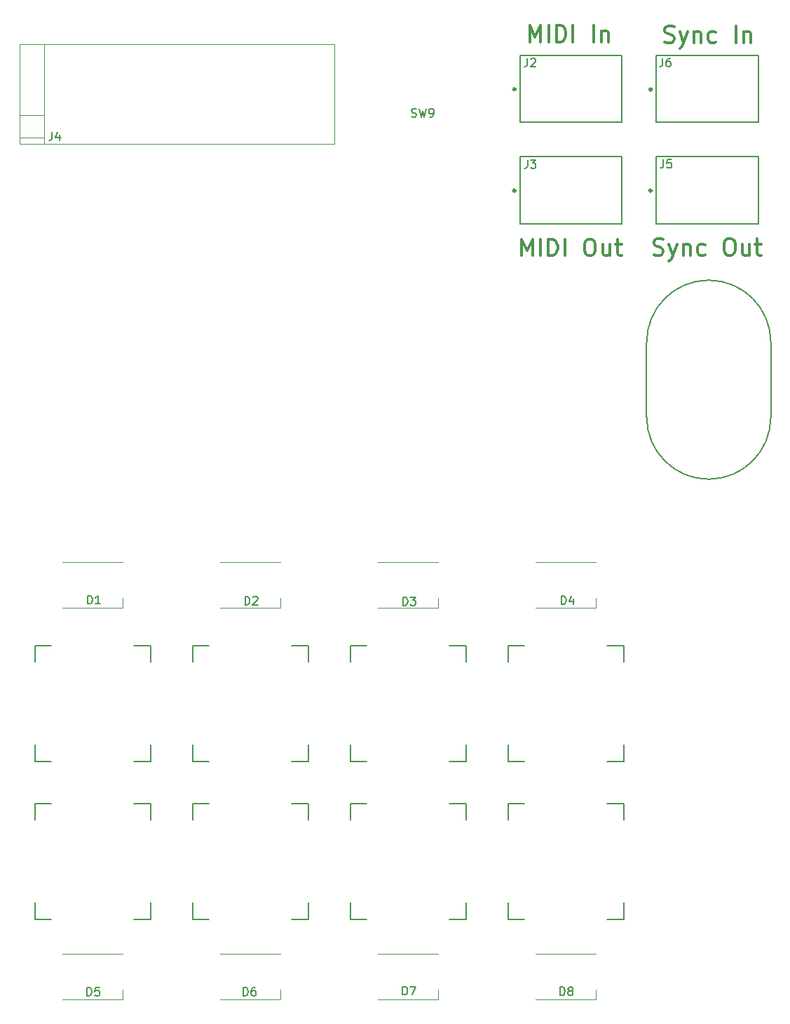
<source format=gbr>
%TF.GenerationSoftware,KiCad,Pcbnew,7.0.2*%
%TF.CreationDate,2023-06-20T02:09:05-06:00*%
%TF.ProjectId,dc31,64633331-2e6b-4696-9361-645f70636258,rev?*%
%TF.SameCoordinates,Original*%
%TF.FileFunction,Legend,Top*%
%TF.FilePolarity,Positive*%
%FSLAX46Y46*%
G04 Gerber Fmt 4.6, Leading zero omitted, Abs format (unit mm)*
G04 Created by KiCad (PCBNEW 7.0.2) date 2023-06-20 02:09:05*
%MOMM*%
%LPD*%
G01*
G04 APERTURE LIST*
G04 Aperture macros list*
%AMHorizOval*
0 Thick line with rounded ends*
0 $1 width*
0 $2 $3 position (X,Y) of the first rounded end (center of the circle)*
0 $4 $5 position (X,Y) of the second rounded end (center of the circle)*
0 Add line between two ends*
20,1,$1,$2,$3,$4,$5,0*
0 Add two circle primitives to create the rounded ends*
1,1,$1,$2,$3*
1,1,$1,$4,$5*%
G04 Aperture macros list end*
%ADD10C,0.300000*%
%ADD11C,0.150000*%
%ADD12C,0.120000*%
%ADD13C,0.127000*%
%ADD14O,2.000000X1.200000*%
%ADD15C,1.600000*%
%ADD16C,2.250000*%
%ADD17O,1.800000X1.800000*%
%ADD18O,1.500000X1.500000*%
%ADD19O,1.700000X1.700000*%
%ADD20R,1.700000X1.700000*%
%ADD21O,2.150000X1.750000*%
%ADD22C,1.200000*%
%ADD23C,3.987800*%
%ADD24HorizOval,2.250000X0.025506X0.374132X-0.025506X-0.374132X0*%
%ADD25C,2.000000*%
%ADD26HorizOval,2.250000X0.654995X0.730004X-0.654995X-0.730004X0*%
%ADD27R,1.500000X0.900000*%
%ADD28C,1.500000*%
%ADD29O,3.200000X3.500000*%
%ADD30C,1.800000*%
G04 APERTURE END LIST*
D10*
X175468190Y-65825238D02*
X175468190Y-63825238D01*
X175468190Y-63825238D02*
X176134857Y-65253809D01*
X176134857Y-65253809D02*
X176801523Y-63825238D01*
X176801523Y-63825238D02*
X176801523Y-65825238D01*
X177753904Y-65825238D02*
X177753904Y-63825238D01*
X178706285Y-65825238D02*
X178706285Y-63825238D01*
X178706285Y-63825238D02*
X179182475Y-63825238D01*
X179182475Y-63825238D02*
X179468190Y-63920476D01*
X179468190Y-63920476D02*
X179658666Y-64110952D01*
X179658666Y-64110952D02*
X179753904Y-64301428D01*
X179753904Y-64301428D02*
X179849142Y-64682380D01*
X179849142Y-64682380D02*
X179849142Y-64968095D01*
X179849142Y-64968095D02*
X179753904Y-65349047D01*
X179753904Y-65349047D02*
X179658666Y-65539523D01*
X179658666Y-65539523D02*
X179468190Y-65730000D01*
X179468190Y-65730000D02*
X179182475Y-65825238D01*
X179182475Y-65825238D02*
X178706285Y-65825238D01*
X180706285Y-65825238D02*
X180706285Y-63825238D01*
X183563428Y-63825238D02*
X183944381Y-63825238D01*
X183944381Y-63825238D02*
X184134857Y-63920476D01*
X184134857Y-63920476D02*
X184325333Y-64110952D01*
X184325333Y-64110952D02*
X184420571Y-64491904D01*
X184420571Y-64491904D02*
X184420571Y-65158571D01*
X184420571Y-65158571D02*
X184325333Y-65539523D01*
X184325333Y-65539523D02*
X184134857Y-65730000D01*
X184134857Y-65730000D02*
X183944381Y-65825238D01*
X183944381Y-65825238D02*
X183563428Y-65825238D01*
X183563428Y-65825238D02*
X183372952Y-65730000D01*
X183372952Y-65730000D02*
X183182476Y-65539523D01*
X183182476Y-65539523D02*
X183087238Y-65158571D01*
X183087238Y-65158571D02*
X183087238Y-64491904D01*
X183087238Y-64491904D02*
X183182476Y-64110952D01*
X183182476Y-64110952D02*
X183372952Y-63920476D01*
X183372952Y-63920476D02*
X183563428Y-63825238D01*
X186134857Y-64491904D02*
X186134857Y-65825238D01*
X185277714Y-64491904D02*
X185277714Y-65539523D01*
X185277714Y-65539523D02*
X185372952Y-65730000D01*
X185372952Y-65730000D02*
X185563428Y-65825238D01*
X185563428Y-65825238D02*
X185849143Y-65825238D01*
X185849143Y-65825238D02*
X186039619Y-65730000D01*
X186039619Y-65730000D02*
X186134857Y-65634761D01*
X186801524Y-64491904D02*
X187563428Y-64491904D01*
X187087238Y-63825238D02*
X187087238Y-65539523D01*
X187087238Y-65539523D02*
X187182476Y-65730000D01*
X187182476Y-65730000D02*
X187372952Y-65825238D01*
X187372952Y-65825238D02*
X187563428Y-65825238D01*
X176468190Y-40045238D02*
X176468190Y-38045238D01*
X176468190Y-38045238D02*
X177134857Y-39473809D01*
X177134857Y-39473809D02*
X177801523Y-38045238D01*
X177801523Y-38045238D02*
X177801523Y-40045238D01*
X178753904Y-40045238D02*
X178753904Y-38045238D01*
X179706285Y-40045238D02*
X179706285Y-38045238D01*
X179706285Y-38045238D02*
X180182475Y-38045238D01*
X180182475Y-38045238D02*
X180468190Y-38140476D01*
X180468190Y-38140476D02*
X180658666Y-38330952D01*
X180658666Y-38330952D02*
X180753904Y-38521428D01*
X180753904Y-38521428D02*
X180849142Y-38902380D01*
X180849142Y-38902380D02*
X180849142Y-39188095D01*
X180849142Y-39188095D02*
X180753904Y-39569047D01*
X180753904Y-39569047D02*
X180658666Y-39759523D01*
X180658666Y-39759523D02*
X180468190Y-39950000D01*
X180468190Y-39950000D02*
X180182475Y-40045238D01*
X180182475Y-40045238D02*
X179706285Y-40045238D01*
X181706285Y-40045238D02*
X181706285Y-38045238D01*
X184182476Y-40045238D02*
X184182476Y-38045238D01*
X185134857Y-38711904D02*
X185134857Y-40045238D01*
X185134857Y-38902380D02*
X185230095Y-38807142D01*
X185230095Y-38807142D02*
X185420571Y-38711904D01*
X185420571Y-38711904D02*
X185706286Y-38711904D01*
X185706286Y-38711904D02*
X185896762Y-38807142D01*
X185896762Y-38807142D02*
X185992000Y-38997619D01*
X185992000Y-38997619D02*
X185992000Y-40045238D01*
X191480952Y-65690000D02*
X191766666Y-65785238D01*
X191766666Y-65785238D02*
X192242857Y-65785238D01*
X192242857Y-65785238D02*
X192433333Y-65690000D01*
X192433333Y-65690000D02*
X192528571Y-65594761D01*
X192528571Y-65594761D02*
X192623809Y-65404285D01*
X192623809Y-65404285D02*
X192623809Y-65213809D01*
X192623809Y-65213809D02*
X192528571Y-65023333D01*
X192528571Y-65023333D02*
X192433333Y-64928095D01*
X192433333Y-64928095D02*
X192242857Y-64832857D01*
X192242857Y-64832857D02*
X191861904Y-64737619D01*
X191861904Y-64737619D02*
X191671428Y-64642380D01*
X191671428Y-64642380D02*
X191576190Y-64547142D01*
X191576190Y-64547142D02*
X191480952Y-64356666D01*
X191480952Y-64356666D02*
X191480952Y-64166190D01*
X191480952Y-64166190D02*
X191576190Y-63975714D01*
X191576190Y-63975714D02*
X191671428Y-63880476D01*
X191671428Y-63880476D02*
X191861904Y-63785238D01*
X191861904Y-63785238D02*
X192338095Y-63785238D01*
X192338095Y-63785238D02*
X192623809Y-63880476D01*
X193290476Y-64451904D02*
X193766666Y-65785238D01*
X194242857Y-64451904D02*
X193766666Y-65785238D01*
X193766666Y-65785238D02*
X193576190Y-66261428D01*
X193576190Y-66261428D02*
X193480952Y-66356666D01*
X193480952Y-66356666D02*
X193290476Y-66451904D01*
X195004762Y-64451904D02*
X195004762Y-65785238D01*
X195004762Y-64642380D02*
X195100000Y-64547142D01*
X195100000Y-64547142D02*
X195290476Y-64451904D01*
X195290476Y-64451904D02*
X195576191Y-64451904D01*
X195576191Y-64451904D02*
X195766667Y-64547142D01*
X195766667Y-64547142D02*
X195861905Y-64737619D01*
X195861905Y-64737619D02*
X195861905Y-65785238D01*
X197671429Y-65690000D02*
X197480953Y-65785238D01*
X197480953Y-65785238D02*
X197100000Y-65785238D01*
X197100000Y-65785238D02*
X196909524Y-65690000D01*
X196909524Y-65690000D02*
X196814286Y-65594761D01*
X196814286Y-65594761D02*
X196719048Y-65404285D01*
X196719048Y-65404285D02*
X196719048Y-64832857D01*
X196719048Y-64832857D02*
X196814286Y-64642380D01*
X196814286Y-64642380D02*
X196909524Y-64547142D01*
X196909524Y-64547142D02*
X197100000Y-64451904D01*
X197100000Y-64451904D02*
X197480953Y-64451904D01*
X197480953Y-64451904D02*
X197671429Y-64547142D01*
X200433334Y-63785238D02*
X200814287Y-63785238D01*
X200814287Y-63785238D02*
X201004763Y-63880476D01*
X201004763Y-63880476D02*
X201195239Y-64070952D01*
X201195239Y-64070952D02*
X201290477Y-64451904D01*
X201290477Y-64451904D02*
X201290477Y-65118571D01*
X201290477Y-65118571D02*
X201195239Y-65499523D01*
X201195239Y-65499523D02*
X201004763Y-65690000D01*
X201004763Y-65690000D02*
X200814287Y-65785238D01*
X200814287Y-65785238D02*
X200433334Y-65785238D01*
X200433334Y-65785238D02*
X200242858Y-65690000D01*
X200242858Y-65690000D02*
X200052382Y-65499523D01*
X200052382Y-65499523D02*
X199957144Y-65118571D01*
X199957144Y-65118571D02*
X199957144Y-64451904D01*
X199957144Y-64451904D02*
X200052382Y-64070952D01*
X200052382Y-64070952D02*
X200242858Y-63880476D01*
X200242858Y-63880476D02*
X200433334Y-63785238D01*
X203004763Y-64451904D02*
X203004763Y-65785238D01*
X202147620Y-64451904D02*
X202147620Y-65499523D01*
X202147620Y-65499523D02*
X202242858Y-65690000D01*
X202242858Y-65690000D02*
X202433334Y-65785238D01*
X202433334Y-65785238D02*
X202719049Y-65785238D01*
X202719049Y-65785238D02*
X202909525Y-65690000D01*
X202909525Y-65690000D02*
X203004763Y-65594761D01*
X203671430Y-64451904D02*
X204433334Y-64451904D01*
X203957144Y-63785238D02*
X203957144Y-65499523D01*
X203957144Y-65499523D02*
X204052382Y-65690000D01*
X204052382Y-65690000D02*
X204242858Y-65785238D01*
X204242858Y-65785238D02*
X204433334Y-65785238D01*
X192790952Y-40040000D02*
X193076666Y-40135238D01*
X193076666Y-40135238D02*
X193552857Y-40135238D01*
X193552857Y-40135238D02*
X193743333Y-40040000D01*
X193743333Y-40040000D02*
X193838571Y-39944761D01*
X193838571Y-39944761D02*
X193933809Y-39754285D01*
X193933809Y-39754285D02*
X193933809Y-39563809D01*
X193933809Y-39563809D02*
X193838571Y-39373333D01*
X193838571Y-39373333D02*
X193743333Y-39278095D01*
X193743333Y-39278095D02*
X193552857Y-39182857D01*
X193552857Y-39182857D02*
X193171904Y-39087619D01*
X193171904Y-39087619D02*
X192981428Y-38992380D01*
X192981428Y-38992380D02*
X192886190Y-38897142D01*
X192886190Y-38897142D02*
X192790952Y-38706666D01*
X192790952Y-38706666D02*
X192790952Y-38516190D01*
X192790952Y-38516190D02*
X192886190Y-38325714D01*
X192886190Y-38325714D02*
X192981428Y-38230476D01*
X192981428Y-38230476D02*
X193171904Y-38135238D01*
X193171904Y-38135238D02*
X193648095Y-38135238D01*
X193648095Y-38135238D02*
X193933809Y-38230476D01*
X194600476Y-38801904D02*
X195076666Y-40135238D01*
X195552857Y-38801904D02*
X195076666Y-40135238D01*
X195076666Y-40135238D02*
X194886190Y-40611428D01*
X194886190Y-40611428D02*
X194790952Y-40706666D01*
X194790952Y-40706666D02*
X194600476Y-40801904D01*
X196314762Y-38801904D02*
X196314762Y-40135238D01*
X196314762Y-38992380D02*
X196410000Y-38897142D01*
X196410000Y-38897142D02*
X196600476Y-38801904D01*
X196600476Y-38801904D02*
X196886191Y-38801904D01*
X196886191Y-38801904D02*
X197076667Y-38897142D01*
X197076667Y-38897142D02*
X197171905Y-39087619D01*
X197171905Y-39087619D02*
X197171905Y-40135238D01*
X198981429Y-40040000D02*
X198790953Y-40135238D01*
X198790953Y-40135238D02*
X198410000Y-40135238D01*
X198410000Y-40135238D02*
X198219524Y-40040000D01*
X198219524Y-40040000D02*
X198124286Y-39944761D01*
X198124286Y-39944761D02*
X198029048Y-39754285D01*
X198029048Y-39754285D02*
X198029048Y-39182857D01*
X198029048Y-39182857D02*
X198124286Y-38992380D01*
X198124286Y-38992380D02*
X198219524Y-38897142D01*
X198219524Y-38897142D02*
X198410000Y-38801904D01*
X198410000Y-38801904D02*
X198790953Y-38801904D01*
X198790953Y-38801904D02*
X198981429Y-38897142D01*
X201362382Y-40135238D02*
X201362382Y-38135238D01*
X202314763Y-38801904D02*
X202314763Y-40135238D01*
X202314763Y-38992380D02*
X202410001Y-38897142D01*
X202410001Y-38897142D02*
X202600477Y-38801904D01*
X202600477Y-38801904D02*
X202886192Y-38801904D01*
X202886192Y-38801904D02*
X203076668Y-38897142D01*
X203076668Y-38897142D02*
X203171906Y-39087619D01*
X203171906Y-39087619D02*
X203171906Y-40135238D01*
D11*
%TO.C,J4*%
X118786666Y-50922619D02*
X118786666Y-51636904D01*
X118786666Y-51636904D02*
X118739047Y-51779761D01*
X118739047Y-51779761D02*
X118643809Y-51875000D01*
X118643809Y-51875000D02*
X118500952Y-51922619D01*
X118500952Y-51922619D02*
X118405714Y-51922619D01*
X119691428Y-51255952D02*
X119691428Y-51922619D01*
X119453333Y-50875000D02*
X119215238Y-51589285D01*
X119215238Y-51589285D02*
X119834285Y-51589285D01*
%TO.C,J3*%
X176208666Y-54290619D02*
X176208666Y-55004904D01*
X176208666Y-55004904D02*
X176161047Y-55147761D01*
X176161047Y-55147761D02*
X176065809Y-55243000D01*
X176065809Y-55243000D02*
X175922952Y-55290619D01*
X175922952Y-55290619D02*
X175827714Y-55290619D01*
X176589619Y-54290619D02*
X177208666Y-54290619D01*
X177208666Y-54290619D02*
X176875333Y-54671571D01*
X176875333Y-54671571D02*
X177018190Y-54671571D01*
X177018190Y-54671571D02*
X177113428Y-54719190D01*
X177113428Y-54719190D02*
X177161047Y-54766809D01*
X177161047Y-54766809D02*
X177208666Y-54862047D01*
X177208666Y-54862047D02*
X177208666Y-55100142D01*
X177208666Y-55100142D02*
X177161047Y-55195380D01*
X177161047Y-55195380D02*
X177113428Y-55243000D01*
X177113428Y-55243000D02*
X177018190Y-55290619D01*
X177018190Y-55290619D02*
X176732476Y-55290619D01*
X176732476Y-55290619D02*
X176637238Y-55243000D01*
X176637238Y-55243000D02*
X176589619Y-55195380D01*
%TO.C,D6*%
X141891905Y-155112619D02*
X141891905Y-154112619D01*
X141891905Y-154112619D02*
X142130000Y-154112619D01*
X142130000Y-154112619D02*
X142272857Y-154160238D01*
X142272857Y-154160238D02*
X142368095Y-154255476D01*
X142368095Y-154255476D02*
X142415714Y-154350714D01*
X142415714Y-154350714D02*
X142463333Y-154541190D01*
X142463333Y-154541190D02*
X142463333Y-154684047D01*
X142463333Y-154684047D02*
X142415714Y-154874523D01*
X142415714Y-154874523D02*
X142368095Y-154969761D01*
X142368095Y-154969761D02*
X142272857Y-155065000D01*
X142272857Y-155065000D02*
X142130000Y-155112619D01*
X142130000Y-155112619D02*
X141891905Y-155112619D01*
X143320476Y-154112619D02*
X143130000Y-154112619D01*
X143130000Y-154112619D02*
X143034762Y-154160238D01*
X143034762Y-154160238D02*
X142987143Y-154207857D01*
X142987143Y-154207857D02*
X142891905Y-154350714D01*
X142891905Y-154350714D02*
X142844286Y-154541190D01*
X142844286Y-154541190D02*
X142844286Y-154922142D01*
X142844286Y-154922142D02*
X142891905Y-155017380D01*
X142891905Y-155017380D02*
X142939524Y-155065000D01*
X142939524Y-155065000D02*
X143034762Y-155112619D01*
X143034762Y-155112619D02*
X143225238Y-155112619D01*
X143225238Y-155112619D02*
X143320476Y-155065000D01*
X143320476Y-155065000D02*
X143368095Y-155017380D01*
X143368095Y-155017380D02*
X143415714Y-154922142D01*
X143415714Y-154922142D02*
X143415714Y-154684047D01*
X143415714Y-154684047D02*
X143368095Y-154588809D01*
X143368095Y-154588809D02*
X143320476Y-154541190D01*
X143320476Y-154541190D02*
X143225238Y-154493571D01*
X143225238Y-154493571D02*
X143034762Y-154493571D01*
X143034762Y-154493571D02*
X142939524Y-154541190D01*
X142939524Y-154541190D02*
X142891905Y-154588809D01*
X142891905Y-154588809D02*
X142844286Y-154684047D01*
%TO.C,J5*%
X192624876Y-54246619D02*
X192624876Y-54960904D01*
X192624876Y-54960904D02*
X192577257Y-55103761D01*
X192577257Y-55103761D02*
X192482019Y-55199000D01*
X192482019Y-55199000D02*
X192339162Y-55246619D01*
X192339162Y-55246619D02*
X192243924Y-55246619D01*
X193577257Y-54246619D02*
X193101067Y-54246619D01*
X193101067Y-54246619D02*
X193053448Y-54722809D01*
X193053448Y-54722809D02*
X193101067Y-54675190D01*
X193101067Y-54675190D02*
X193196305Y-54627571D01*
X193196305Y-54627571D02*
X193434400Y-54627571D01*
X193434400Y-54627571D02*
X193529638Y-54675190D01*
X193529638Y-54675190D02*
X193577257Y-54722809D01*
X193577257Y-54722809D02*
X193624876Y-54818047D01*
X193624876Y-54818047D02*
X193624876Y-55056142D01*
X193624876Y-55056142D02*
X193577257Y-55151380D01*
X193577257Y-55151380D02*
X193529638Y-55199000D01*
X193529638Y-55199000D02*
X193434400Y-55246619D01*
X193434400Y-55246619D02*
X193196305Y-55246619D01*
X193196305Y-55246619D02*
X193101067Y-55199000D01*
X193101067Y-55199000D02*
X193053448Y-55151380D01*
%TO.C,D1*%
X123071905Y-107842619D02*
X123071905Y-106842619D01*
X123071905Y-106842619D02*
X123310000Y-106842619D01*
X123310000Y-106842619D02*
X123452857Y-106890238D01*
X123452857Y-106890238D02*
X123548095Y-106985476D01*
X123548095Y-106985476D02*
X123595714Y-107080714D01*
X123595714Y-107080714D02*
X123643333Y-107271190D01*
X123643333Y-107271190D02*
X123643333Y-107414047D01*
X123643333Y-107414047D02*
X123595714Y-107604523D01*
X123595714Y-107604523D02*
X123548095Y-107699761D01*
X123548095Y-107699761D02*
X123452857Y-107795000D01*
X123452857Y-107795000D02*
X123310000Y-107842619D01*
X123310000Y-107842619D02*
X123071905Y-107842619D01*
X124595714Y-107842619D02*
X124024286Y-107842619D01*
X124310000Y-107842619D02*
X124310000Y-106842619D01*
X124310000Y-106842619D02*
X124214762Y-106985476D01*
X124214762Y-106985476D02*
X124119524Y-107080714D01*
X124119524Y-107080714D02*
X124024286Y-107128333D01*
%TO.C,D7*%
X161131905Y-155002619D02*
X161131905Y-154002619D01*
X161131905Y-154002619D02*
X161370000Y-154002619D01*
X161370000Y-154002619D02*
X161512857Y-154050238D01*
X161512857Y-154050238D02*
X161608095Y-154145476D01*
X161608095Y-154145476D02*
X161655714Y-154240714D01*
X161655714Y-154240714D02*
X161703333Y-154431190D01*
X161703333Y-154431190D02*
X161703333Y-154574047D01*
X161703333Y-154574047D02*
X161655714Y-154764523D01*
X161655714Y-154764523D02*
X161608095Y-154859761D01*
X161608095Y-154859761D02*
X161512857Y-154955000D01*
X161512857Y-154955000D02*
X161370000Y-155002619D01*
X161370000Y-155002619D02*
X161131905Y-155002619D01*
X162036667Y-154002619D02*
X162703333Y-154002619D01*
X162703333Y-154002619D02*
X162274762Y-155002619D01*
%TO.C,J2*%
X176188666Y-42016619D02*
X176188666Y-42730904D01*
X176188666Y-42730904D02*
X176141047Y-42873761D01*
X176141047Y-42873761D02*
X176045809Y-42969000D01*
X176045809Y-42969000D02*
X175902952Y-43016619D01*
X175902952Y-43016619D02*
X175807714Y-43016619D01*
X176617238Y-42111857D02*
X176664857Y-42064238D01*
X176664857Y-42064238D02*
X176760095Y-42016619D01*
X176760095Y-42016619D02*
X176998190Y-42016619D01*
X176998190Y-42016619D02*
X177093428Y-42064238D01*
X177093428Y-42064238D02*
X177141047Y-42111857D01*
X177141047Y-42111857D02*
X177188666Y-42207095D01*
X177188666Y-42207095D02*
X177188666Y-42302333D01*
X177188666Y-42302333D02*
X177141047Y-42445190D01*
X177141047Y-42445190D02*
X176569619Y-43016619D01*
X176569619Y-43016619D02*
X177188666Y-43016619D01*
%TO.C,D8*%
X180161905Y-155072619D02*
X180161905Y-154072619D01*
X180161905Y-154072619D02*
X180400000Y-154072619D01*
X180400000Y-154072619D02*
X180542857Y-154120238D01*
X180542857Y-154120238D02*
X180638095Y-154215476D01*
X180638095Y-154215476D02*
X180685714Y-154310714D01*
X180685714Y-154310714D02*
X180733333Y-154501190D01*
X180733333Y-154501190D02*
X180733333Y-154644047D01*
X180733333Y-154644047D02*
X180685714Y-154834523D01*
X180685714Y-154834523D02*
X180638095Y-154929761D01*
X180638095Y-154929761D02*
X180542857Y-155025000D01*
X180542857Y-155025000D02*
X180400000Y-155072619D01*
X180400000Y-155072619D02*
X180161905Y-155072619D01*
X181304762Y-154501190D02*
X181209524Y-154453571D01*
X181209524Y-154453571D02*
X181161905Y-154405952D01*
X181161905Y-154405952D02*
X181114286Y-154310714D01*
X181114286Y-154310714D02*
X181114286Y-154263095D01*
X181114286Y-154263095D02*
X181161905Y-154167857D01*
X181161905Y-154167857D02*
X181209524Y-154120238D01*
X181209524Y-154120238D02*
X181304762Y-154072619D01*
X181304762Y-154072619D02*
X181495238Y-154072619D01*
X181495238Y-154072619D02*
X181590476Y-154120238D01*
X181590476Y-154120238D02*
X181638095Y-154167857D01*
X181638095Y-154167857D02*
X181685714Y-154263095D01*
X181685714Y-154263095D02*
X181685714Y-154310714D01*
X181685714Y-154310714D02*
X181638095Y-154405952D01*
X181638095Y-154405952D02*
X181590476Y-154453571D01*
X181590476Y-154453571D02*
X181495238Y-154501190D01*
X181495238Y-154501190D02*
X181304762Y-154501190D01*
X181304762Y-154501190D02*
X181209524Y-154548809D01*
X181209524Y-154548809D02*
X181161905Y-154596428D01*
X181161905Y-154596428D02*
X181114286Y-154691666D01*
X181114286Y-154691666D02*
X181114286Y-154882142D01*
X181114286Y-154882142D02*
X181161905Y-154977380D01*
X181161905Y-154977380D02*
X181209524Y-155025000D01*
X181209524Y-155025000D02*
X181304762Y-155072619D01*
X181304762Y-155072619D02*
X181495238Y-155072619D01*
X181495238Y-155072619D02*
X181590476Y-155025000D01*
X181590476Y-155025000D02*
X181638095Y-154977380D01*
X181638095Y-154977380D02*
X181685714Y-154882142D01*
X181685714Y-154882142D02*
X181685714Y-154691666D01*
X181685714Y-154691666D02*
X181638095Y-154596428D01*
X181638095Y-154596428D02*
X181590476Y-154548809D01*
X181590476Y-154548809D02*
X181495238Y-154501190D01*
%TO.C,D3*%
X161161905Y-108022619D02*
X161161905Y-107022619D01*
X161161905Y-107022619D02*
X161400000Y-107022619D01*
X161400000Y-107022619D02*
X161542857Y-107070238D01*
X161542857Y-107070238D02*
X161638095Y-107165476D01*
X161638095Y-107165476D02*
X161685714Y-107260714D01*
X161685714Y-107260714D02*
X161733333Y-107451190D01*
X161733333Y-107451190D02*
X161733333Y-107594047D01*
X161733333Y-107594047D02*
X161685714Y-107784523D01*
X161685714Y-107784523D02*
X161638095Y-107879761D01*
X161638095Y-107879761D02*
X161542857Y-107975000D01*
X161542857Y-107975000D02*
X161400000Y-108022619D01*
X161400000Y-108022619D02*
X161161905Y-108022619D01*
X162066667Y-107022619D02*
X162685714Y-107022619D01*
X162685714Y-107022619D02*
X162352381Y-107403571D01*
X162352381Y-107403571D02*
X162495238Y-107403571D01*
X162495238Y-107403571D02*
X162590476Y-107451190D01*
X162590476Y-107451190D02*
X162638095Y-107498809D01*
X162638095Y-107498809D02*
X162685714Y-107594047D01*
X162685714Y-107594047D02*
X162685714Y-107832142D01*
X162685714Y-107832142D02*
X162638095Y-107927380D01*
X162638095Y-107927380D02*
X162590476Y-107975000D01*
X162590476Y-107975000D02*
X162495238Y-108022619D01*
X162495238Y-108022619D02*
X162209524Y-108022619D01*
X162209524Y-108022619D02*
X162114286Y-107975000D01*
X162114286Y-107975000D02*
X162066667Y-107927380D01*
%TO.C,J6*%
X192524876Y-42020619D02*
X192524876Y-42734904D01*
X192524876Y-42734904D02*
X192477257Y-42877761D01*
X192477257Y-42877761D02*
X192382019Y-42973000D01*
X192382019Y-42973000D02*
X192239162Y-43020619D01*
X192239162Y-43020619D02*
X192143924Y-43020619D01*
X193429638Y-42020619D02*
X193239162Y-42020619D01*
X193239162Y-42020619D02*
X193143924Y-42068238D01*
X193143924Y-42068238D02*
X193096305Y-42115857D01*
X193096305Y-42115857D02*
X193001067Y-42258714D01*
X193001067Y-42258714D02*
X192953448Y-42449190D01*
X192953448Y-42449190D02*
X192953448Y-42830142D01*
X192953448Y-42830142D02*
X193001067Y-42925380D01*
X193001067Y-42925380D02*
X193048686Y-42973000D01*
X193048686Y-42973000D02*
X193143924Y-43020619D01*
X193143924Y-43020619D02*
X193334400Y-43020619D01*
X193334400Y-43020619D02*
X193429638Y-42973000D01*
X193429638Y-42973000D02*
X193477257Y-42925380D01*
X193477257Y-42925380D02*
X193524876Y-42830142D01*
X193524876Y-42830142D02*
X193524876Y-42592047D01*
X193524876Y-42592047D02*
X193477257Y-42496809D01*
X193477257Y-42496809D02*
X193429638Y-42449190D01*
X193429638Y-42449190D02*
X193334400Y-42401571D01*
X193334400Y-42401571D02*
X193143924Y-42401571D01*
X193143924Y-42401571D02*
X193048686Y-42449190D01*
X193048686Y-42449190D02*
X193001067Y-42496809D01*
X193001067Y-42496809D02*
X192953448Y-42592047D01*
%TO.C,D5*%
X123001905Y-155112619D02*
X123001905Y-154112619D01*
X123001905Y-154112619D02*
X123240000Y-154112619D01*
X123240000Y-154112619D02*
X123382857Y-154160238D01*
X123382857Y-154160238D02*
X123478095Y-154255476D01*
X123478095Y-154255476D02*
X123525714Y-154350714D01*
X123525714Y-154350714D02*
X123573333Y-154541190D01*
X123573333Y-154541190D02*
X123573333Y-154684047D01*
X123573333Y-154684047D02*
X123525714Y-154874523D01*
X123525714Y-154874523D02*
X123478095Y-154969761D01*
X123478095Y-154969761D02*
X123382857Y-155065000D01*
X123382857Y-155065000D02*
X123240000Y-155112619D01*
X123240000Y-155112619D02*
X123001905Y-155112619D01*
X124478095Y-154112619D02*
X124001905Y-154112619D01*
X124001905Y-154112619D02*
X123954286Y-154588809D01*
X123954286Y-154588809D02*
X124001905Y-154541190D01*
X124001905Y-154541190D02*
X124097143Y-154493571D01*
X124097143Y-154493571D02*
X124335238Y-154493571D01*
X124335238Y-154493571D02*
X124430476Y-154541190D01*
X124430476Y-154541190D02*
X124478095Y-154588809D01*
X124478095Y-154588809D02*
X124525714Y-154684047D01*
X124525714Y-154684047D02*
X124525714Y-154922142D01*
X124525714Y-154922142D02*
X124478095Y-155017380D01*
X124478095Y-155017380D02*
X124430476Y-155065000D01*
X124430476Y-155065000D02*
X124335238Y-155112619D01*
X124335238Y-155112619D02*
X124097143Y-155112619D01*
X124097143Y-155112619D02*
X124001905Y-155065000D01*
X124001905Y-155065000D02*
X123954286Y-155017380D01*
%TO.C,SW9*%
X162202667Y-49063000D02*
X162345524Y-49110619D01*
X162345524Y-49110619D02*
X162583619Y-49110619D01*
X162583619Y-49110619D02*
X162678857Y-49063000D01*
X162678857Y-49063000D02*
X162726476Y-49015380D01*
X162726476Y-49015380D02*
X162774095Y-48920142D01*
X162774095Y-48920142D02*
X162774095Y-48824904D01*
X162774095Y-48824904D02*
X162726476Y-48729666D01*
X162726476Y-48729666D02*
X162678857Y-48682047D01*
X162678857Y-48682047D02*
X162583619Y-48634428D01*
X162583619Y-48634428D02*
X162393143Y-48586809D01*
X162393143Y-48586809D02*
X162297905Y-48539190D01*
X162297905Y-48539190D02*
X162250286Y-48491571D01*
X162250286Y-48491571D02*
X162202667Y-48396333D01*
X162202667Y-48396333D02*
X162202667Y-48301095D01*
X162202667Y-48301095D02*
X162250286Y-48205857D01*
X162250286Y-48205857D02*
X162297905Y-48158238D01*
X162297905Y-48158238D02*
X162393143Y-48110619D01*
X162393143Y-48110619D02*
X162631238Y-48110619D01*
X162631238Y-48110619D02*
X162774095Y-48158238D01*
X163107429Y-48110619D02*
X163345524Y-49110619D01*
X163345524Y-49110619D02*
X163536000Y-48396333D01*
X163536000Y-48396333D02*
X163726476Y-49110619D01*
X163726476Y-49110619D02*
X163964572Y-48110619D01*
X164393143Y-49110619D02*
X164583619Y-49110619D01*
X164583619Y-49110619D02*
X164678857Y-49063000D01*
X164678857Y-49063000D02*
X164726476Y-49015380D01*
X164726476Y-49015380D02*
X164821714Y-48872523D01*
X164821714Y-48872523D02*
X164869333Y-48682047D01*
X164869333Y-48682047D02*
X164869333Y-48301095D01*
X164869333Y-48301095D02*
X164821714Y-48205857D01*
X164821714Y-48205857D02*
X164774095Y-48158238D01*
X164774095Y-48158238D02*
X164678857Y-48110619D01*
X164678857Y-48110619D02*
X164488381Y-48110619D01*
X164488381Y-48110619D02*
X164393143Y-48158238D01*
X164393143Y-48158238D02*
X164345524Y-48205857D01*
X164345524Y-48205857D02*
X164297905Y-48301095D01*
X164297905Y-48301095D02*
X164297905Y-48539190D01*
X164297905Y-48539190D02*
X164345524Y-48634428D01*
X164345524Y-48634428D02*
X164393143Y-48682047D01*
X164393143Y-48682047D02*
X164488381Y-48729666D01*
X164488381Y-48729666D02*
X164678857Y-48729666D01*
X164678857Y-48729666D02*
X164774095Y-48682047D01*
X164774095Y-48682047D02*
X164821714Y-48634428D01*
X164821714Y-48634428D02*
X164869333Y-48539190D01*
%TO.C,D4*%
X180301905Y-107912619D02*
X180301905Y-106912619D01*
X180301905Y-106912619D02*
X180540000Y-106912619D01*
X180540000Y-106912619D02*
X180682857Y-106960238D01*
X180682857Y-106960238D02*
X180778095Y-107055476D01*
X180778095Y-107055476D02*
X180825714Y-107150714D01*
X180825714Y-107150714D02*
X180873333Y-107341190D01*
X180873333Y-107341190D02*
X180873333Y-107484047D01*
X180873333Y-107484047D02*
X180825714Y-107674523D01*
X180825714Y-107674523D02*
X180778095Y-107769761D01*
X180778095Y-107769761D02*
X180682857Y-107865000D01*
X180682857Y-107865000D02*
X180540000Y-107912619D01*
X180540000Y-107912619D02*
X180301905Y-107912619D01*
X181730476Y-107245952D02*
X181730476Y-107912619D01*
X181492381Y-106865000D02*
X181254286Y-107579285D01*
X181254286Y-107579285D02*
X181873333Y-107579285D01*
%TO.C,D2*%
X142101905Y-107952619D02*
X142101905Y-106952619D01*
X142101905Y-106952619D02*
X142340000Y-106952619D01*
X142340000Y-106952619D02*
X142482857Y-107000238D01*
X142482857Y-107000238D02*
X142578095Y-107095476D01*
X142578095Y-107095476D02*
X142625714Y-107190714D01*
X142625714Y-107190714D02*
X142673333Y-107381190D01*
X142673333Y-107381190D02*
X142673333Y-107524047D01*
X142673333Y-107524047D02*
X142625714Y-107714523D01*
X142625714Y-107714523D02*
X142578095Y-107809761D01*
X142578095Y-107809761D02*
X142482857Y-107905000D01*
X142482857Y-107905000D02*
X142340000Y-107952619D01*
X142340000Y-107952619D02*
X142101905Y-107952619D01*
X143054286Y-107047857D02*
X143101905Y-107000238D01*
X143101905Y-107000238D02*
X143197143Y-106952619D01*
X143197143Y-106952619D02*
X143435238Y-106952619D01*
X143435238Y-106952619D02*
X143530476Y-107000238D01*
X143530476Y-107000238D02*
X143578095Y-107047857D01*
X143578095Y-107047857D02*
X143625714Y-107143095D01*
X143625714Y-107143095D02*
X143625714Y-107238333D01*
X143625714Y-107238333D02*
X143578095Y-107381190D01*
X143578095Y-107381190D02*
X143006667Y-107952619D01*
X143006667Y-107952619D02*
X143625714Y-107952619D01*
D12*
%TO.C,J4*%
X114830000Y-51620000D02*
X117830000Y-51620000D01*
X114850000Y-40370000D02*
X152850000Y-40370000D01*
X114850000Y-48910000D02*
X117850000Y-48910000D01*
X114850000Y-52370000D02*
X114850000Y-40370000D01*
X117850000Y-40370000D02*
X117850000Y-52370000D01*
X152850000Y-40370000D02*
X152850000Y-52370000D01*
X152850000Y-52370000D02*
X114850000Y-52370000D01*
D13*
%TO.C,J3*%
X175320000Y-53880000D02*
X175320000Y-61980000D01*
X175320000Y-61980000D02*
X187620000Y-61980000D01*
X187620000Y-53880000D02*
X175320000Y-53880000D01*
X187620000Y-61980000D02*
X187620000Y-53880000D01*
D10*
X174761419Y-57980000D02*
G75*
G03*
X174761419Y-57980000I-141419J0D01*
G01*
D11*
%TO.C,SW8*%
X173848000Y-131915000D02*
X175848000Y-131915000D01*
X173848000Y-133915000D02*
X173848000Y-131915000D01*
X173848000Y-145915000D02*
X173848000Y-143915000D01*
X175858000Y-145915000D02*
X173848000Y-145915000D01*
X185838000Y-131915000D02*
X187848000Y-131915000D01*
X187848000Y-131915000D02*
X187848000Y-133915000D01*
X187848000Y-143905000D02*
X187848000Y-145915000D01*
X187848000Y-145915000D02*
X185838000Y-145915000D01*
D12*
%TO.C,D6*%
X139098000Y-150020000D02*
X146398000Y-150020000D01*
X139098000Y-155520000D02*
X146398000Y-155520000D01*
X146398000Y-155520000D02*
X146398000Y-154370000D01*
D11*
%TO.C,REF\u002A\u002A*%
X190600000Y-85300000D02*
X190600000Y-76290000D01*
X205600000Y-76290000D02*
X205600000Y-85300000D01*
X190600000Y-85300000D02*
G75*
G03*
X205600000Y-85300000I7500000J0D01*
G01*
X205600000Y-76290000D02*
G75*
G03*
X190600000Y-76290000I-7500000J0D01*
G01*
D13*
%TO.C,J5*%
X191768210Y-53890000D02*
X191768210Y-61990000D01*
X191768210Y-61990000D02*
X204068210Y-61990000D01*
X204068210Y-53890000D02*
X191768210Y-53890000D01*
X204068210Y-61990000D02*
X204068210Y-53890000D01*
D10*
X191209629Y-57990000D02*
G75*
G03*
X191209629Y-57990000I-141419J0D01*
G01*
D11*
%TO.C,SW2*%
X135748000Y-112865000D02*
X137748000Y-112865000D01*
X135748000Y-114865000D02*
X135748000Y-112865000D01*
X135748000Y-126865000D02*
X135748000Y-124865000D01*
X137758000Y-126865000D02*
X135748000Y-126865000D01*
X147738000Y-112865000D02*
X149748000Y-112865000D01*
X149748000Y-112865000D02*
X149748000Y-114865000D01*
X149748000Y-124855000D02*
X149748000Y-126865000D01*
X149748000Y-126865000D02*
X147738000Y-126865000D01*
%TO.C,SW7*%
X154798000Y-131915000D02*
X156798000Y-131915000D01*
X154798000Y-133915000D02*
X154798000Y-131915000D01*
X154798000Y-145915000D02*
X154798000Y-143915000D01*
X156808000Y-145915000D02*
X154798000Y-145915000D01*
X166788000Y-131915000D02*
X168798000Y-131915000D01*
X168798000Y-131915000D02*
X168798000Y-133915000D01*
X168798000Y-143905000D02*
X168798000Y-145915000D01*
X168798000Y-145915000D02*
X166788000Y-145915000D01*
D12*
%TO.C,D1*%
X120048000Y-102788000D02*
X127348000Y-102788000D01*
X120048000Y-108288000D02*
X127348000Y-108288000D01*
X127348000Y-108288000D02*
X127348000Y-107138000D01*
%TO.C,D7*%
X158148000Y-150020000D02*
X165448000Y-150020000D01*
X158148000Y-155520000D02*
X165448000Y-155520000D01*
X165448000Y-155520000D02*
X165448000Y-154370000D01*
D13*
%TO.C,J2*%
X175330000Y-41650000D02*
X175330000Y-49750000D01*
X175330000Y-49750000D02*
X187630000Y-49750000D01*
X187630000Y-41650000D02*
X175330000Y-41650000D01*
X187630000Y-49750000D02*
X187630000Y-41650000D01*
D10*
X174771419Y-45750000D02*
G75*
G03*
X174771419Y-45750000I-141419J0D01*
G01*
D12*
%TO.C,D8*%
X177198000Y-150020000D02*
X184498000Y-150020000D01*
X177198000Y-155520000D02*
X184498000Y-155520000D01*
X184498000Y-155520000D02*
X184498000Y-154370000D01*
D11*
%TO.C,SW3*%
X154798000Y-112865000D02*
X156798000Y-112865000D01*
X154798000Y-114865000D02*
X154798000Y-112865000D01*
X154798000Y-126865000D02*
X154798000Y-124865000D01*
X156808000Y-126865000D02*
X154798000Y-126865000D01*
X166788000Y-112865000D02*
X168798000Y-112865000D01*
X168798000Y-112865000D02*
X168798000Y-114865000D01*
X168798000Y-124855000D02*
X168798000Y-126865000D01*
X168798000Y-126865000D02*
X166788000Y-126865000D01*
%TO.C,SW5*%
X116698000Y-131915000D02*
X118698000Y-131915000D01*
X116698000Y-133915000D02*
X116698000Y-131915000D01*
X116698000Y-145915000D02*
X116698000Y-143915000D01*
X118708000Y-145915000D02*
X116698000Y-145915000D01*
X128688000Y-131915000D02*
X130698000Y-131915000D01*
X130698000Y-131915000D02*
X130698000Y-133915000D01*
X130698000Y-143905000D02*
X130698000Y-145915000D01*
X130698000Y-145915000D02*
X128688000Y-145915000D01*
%TO.C,SW4*%
X173848000Y-112865000D02*
X175848000Y-112865000D01*
X173848000Y-114865000D02*
X173848000Y-112865000D01*
X173848000Y-126865000D02*
X173848000Y-124865000D01*
X175858000Y-126865000D02*
X173848000Y-126865000D01*
X185838000Y-112865000D02*
X187848000Y-112865000D01*
X187848000Y-112865000D02*
X187848000Y-114865000D01*
X187848000Y-124855000D02*
X187848000Y-126865000D01*
X187848000Y-126865000D02*
X185838000Y-126865000D01*
%TO.C,SW6*%
X135748000Y-131915000D02*
X137748000Y-131915000D01*
X135748000Y-133915000D02*
X135748000Y-131915000D01*
X135748000Y-145915000D02*
X135748000Y-143915000D01*
X137758000Y-145915000D02*
X135748000Y-145915000D01*
X147738000Y-131915000D02*
X149748000Y-131915000D01*
X149748000Y-131915000D02*
X149748000Y-133915000D01*
X149748000Y-143905000D02*
X149748000Y-145915000D01*
X149748000Y-145915000D02*
X147738000Y-145915000D01*
D12*
%TO.C,D3*%
X158148000Y-102788000D02*
X165448000Y-102788000D01*
X158148000Y-108288000D02*
X165448000Y-108288000D01*
X165448000Y-108288000D02*
X165448000Y-107138000D01*
D13*
%TO.C,J6*%
X191778210Y-41660000D02*
X191778210Y-49760000D01*
X191778210Y-49760000D02*
X204078210Y-49760000D01*
X204078210Y-41660000D02*
X191778210Y-41660000D01*
X204078210Y-49760000D02*
X204078210Y-41660000D01*
D10*
X191219629Y-45760000D02*
G75*
G03*
X191219629Y-45760000I-141419J0D01*
G01*
D12*
%TO.C,D5*%
X120048000Y-150020000D02*
X127348000Y-150020000D01*
X120048000Y-155520000D02*
X127348000Y-155520000D01*
X127348000Y-155520000D02*
X127348000Y-154370000D01*
D11*
%TO.C,SW1*%
X116698000Y-112865000D02*
X118698000Y-112865000D01*
X116698000Y-114865000D02*
X116698000Y-112865000D01*
X116698000Y-126865000D02*
X116698000Y-124865000D01*
X118708000Y-126865000D02*
X116698000Y-126865000D01*
X128688000Y-112865000D02*
X130698000Y-112865000D01*
X130698000Y-112865000D02*
X130698000Y-114865000D01*
X130698000Y-124855000D02*
X130698000Y-126865000D01*
X130698000Y-126865000D02*
X128688000Y-126865000D01*
D12*
%TO.C,D4*%
X177198000Y-102788000D02*
X184498000Y-102788000D01*
X177198000Y-108288000D02*
X184498000Y-108288000D01*
X184498000Y-108288000D02*
X184498000Y-107138000D01*
%TO.C,D2*%
X139098000Y-102788000D02*
X146398000Y-102788000D01*
X139098000Y-108288000D02*
X146398000Y-108288000D01*
X146398000Y-108288000D02*
X146398000Y-107138000D01*
%TD*%
%LPC*%
D14*
%TO.C,J4*%
X116350000Y-50180000D03*
X116350000Y-47640000D03*
X116350000Y-45100000D03*
X116350000Y-42560000D03*
%TD*%
D15*
%TO.C,J3*%
X178220000Y-60480000D03*
X184900000Y-60480000D03*
D16*
X177160000Y-57930000D03*
X186060000Y-57930000D03*
X179310000Y-56430000D03*
X183760000Y-56430000D03*
%TD*%
D17*
%TO.C,U1*%
X98480000Y-72985000D03*
D18*
X101510000Y-73285000D03*
X101510000Y-78135000D03*
D17*
X98480000Y-78435000D03*
D19*
X98350000Y-66820000D03*
X100890000Y-66820000D03*
D20*
X103430000Y-66820000D03*
D19*
X105970000Y-66820000D03*
X108510000Y-66820000D03*
X111050000Y-66820000D03*
X113590000Y-66820000D03*
D20*
X116130000Y-66820000D03*
D19*
X118670000Y-66820000D03*
X121210000Y-66820000D03*
X123750000Y-66820000D03*
X126290000Y-66820000D03*
D20*
X128830000Y-66820000D03*
D19*
X131370000Y-66820000D03*
X133910000Y-66820000D03*
X136450000Y-66820000D03*
X138990000Y-66820000D03*
D20*
X141530000Y-66820000D03*
D19*
X144070000Y-66820000D03*
X146610000Y-66820000D03*
X146610000Y-84600000D03*
X144070000Y-84600000D03*
D20*
X141530000Y-84600000D03*
D19*
X138990000Y-84600000D03*
X136450000Y-84600000D03*
X133910000Y-84600000D03*
X131370000Y-84600000D03*
D20*
X128830000Y-84600000D03*
D19*
X126290000Y-84600000D03*
X123750000Y-84600000D03*
X121210000Y-84600000D03*
X118670000Y-84600000D03*
D20*
X116130000Y-84600000D03*
D19*
X113590000Y-84600000D03*
X111050000Y-84600000D03*
X108510000Y-84600000D03*
X105970000Y-84600000D03*
D20*
X103430000Y-84600000D03*
D19*
X100890000Y-84600000D03*
X98350000Y-84600000D03*
X146380000Y-73170000D03*
D20*
X146380000Y-75710000D03*
D19*
X146380000Y-78250000D03*
%TD*%
D21*
%TO.C,SW8*%
X175568000Y-138915000D03*
D22*
X175628000Y-143115000D03*
D23*
X180848000Y-138915000D03*
D21*
X186128000Y-138915000D03*
D24*
X183358000Y-134165000D03*
D25*
X185848000Y-135115000D03*
D26*
X177692995Y-135644996D03*
D16*
X178348000Y-134915000D03*
D25*
X180848000Y-133015000D03*
%TD*%
D27*
%TO.C,D6*%
X140298000Y-151120000D03*
X140298000Y-154420000D03*
X145198000Y-154420000D03*
X145198000Y-151120000D03*
%TD*%
D28*
%TO.C,REF\u002A\u002A*%
X195130000Y-85956152D03*
X201130000Y-85956152D03*
X198130000Y-84760000D03*
X196130000Y-84224102D03*
X200130000Y-84224102D03*
X192933848Y-83760000D03*
X203326152Y-83760000D03*
X194665898Y-82760000D03*
X201594102Y-82760000D03*
X197130000Y-82492051D03*
X199130000Y-82492051D03*
X194130000Y-80760000D03*
X196130000Y-80760000D03*
X198130000Y-80760000D03*
X200130000Y-80760000D03*
X202130000Y-80760000D03*
X197130000Y-79027949D03*
X199130000Y-79027949D03*
X194665898Y-78760000D03*
X201594102Y-78760000D03*
X192933848Y-77760000D03*
X203326152Y-77760000D03*
X196130000Y-77295898D03*
X200130000Y-77295898D03*
X198130000Y-76760000D03*
X195130000Y-75563848D03*
X201130000Y-75563848D03*
%TD*%
D15*
%TO.C,J5*%
X194668210Y-60490000D03*
X201348210Y-60490000D03*
D16*
X193608210Y-57940000D03*
X202508210Y-57940000D03*
X195758210Y-56440000D03*
X200208210Y-56440000D03*
%TD*%
D21*
%TO.C,SW2*%
X137468000Y-119865000D03*
D22*
X137528000Y-124065000D03*
D23*
X142748000Y-119865000D03*
D21*
X148028000Y-119865000D03*
D24*
X145258000Y-115115000D03*
D25*
X147748000Y-116065000D03*
D26*
X139592995Y-116594996D03*
D16*
X140248000Y-115865000D03*
D25*
X142748000Y-113965000D03*
%TD*%
D21*
%TO.C,SW7*%
X156518000Y-138915000D03*
D22*
X156578000Y-143115000D03*
D23*
X161798000Y-138915000D03*
D21*
X167078000Y-138915000D03*
D24*
X164308000Y-134165000D03*
D25*
X166798000Y-135115000D03*
D26*
X158642995Y-135644996D03*
D16*
X159298000Y-134915000D03*
D25*
X161798000Y-133015000D03*
%TD*%
D27*
%TO.C,D1*%
X121248000Y-103888000D03*
X121248000Y-107188000D03*
X126148000Y-107188000D03*
X126148000Y-103888000D03*
%TD*%
%TO.C,D7*%
X159348000Y-151120000D03*
X159348000Y-154420000D03*
X164248000Y-154420000D03*
X164248000Y-151120000D03*
%TD*%
D15*
%TO.C,J2*%
X178230000Y-48250000D03*
X184910000Y-48250000D03*
D16*
X177170000Y-45700000D03*
X186070000Y-45700000D03*
X179320000Y-44200000D03*
X183770000Y-44200000D03*
%TD*%
D27*
%TO.C,D8*%
X178398000Y-151120000D03*
X178398000Y-154420000D03*
X183298000Y-154420000D03*
X183298000Y-151120000D03*
%TD*%
D21*
%TO.C,SW3*%
X156518000Y-119865000D03*
D22*
X156578000Y-124065000D03*
D23*
X161798000Y-119865000D03*
D21*
X167078000Y-119865000D03*
D24*
X164308000Y-115115000D03*
D25*
X166798000Y-116065000D03*
D26*
X158642995Y-116594996D03*
D16*
X159298000Y-115865000D03*
D25*
X161798000Y-113965000D03*
%TD*%
D21*
%TO.C,SW5*%
X118418000Y-138915000D03*
D22*
X118478000Y-143115000D03*
D23*
X123698000Y-138915000D03*
D21*
X128978000Y-138915000D03*
D24*
X126208000Y-134165000D03*
D25*
X128698000Y-135115000D03*
D26*
X120542995Y-135644996D03*
D16*
X121198000Y-134915000D03*
D25*
X123698000Y-133015000D03*
%TD*%
D22*
%TO.C,J1*%
X101020000Y-55060000D03*
X101020000Y-47080000D03*
%TD*%
D21*
%TO.C,SW4*%
X175568000Y-119865000D03*
D22*
X175628000Y-124065000D03*
D23*
X180848000Y-119865000D03*
D21*
X186128000Y-119865000D03*
D24*
X183358000Y-115115000D03*
D25*
X185848000Y-116065000D03*
D26*
X177692995Y-116594996D03*
D16*
X178348000Y-115865000D03*
D25*
X180848000Y-113965000D03*
%TD*%
D21*
%TO.C,SW6*%
X137468000Y-138915000D03*
D22*
X137528000Y-143115000D03*
D23*
X142748000Y-138915000D03*
D21*
X148028000Y-138915000D03*
D24*
X145258000Y-134165000D03*
D25*
X147748000Y-135115000D03*
D26*
X139592995Y-135644996D03*
D16*
X140248000Y-134915000D03*
D25*
X142748000Y-133015000D03*
%TD*%
D27*
%TO.C,D3*%
X159348000Y-103888000D03*
X159348000Y-107188000D03*
X164248000Y-107188000D03*
X164248000Y-103888000D03*
%TD*%
D15*
%TO.C,J6*%
X194678210Y-48260000D03*
X201358210Y-48260000D03*
D16*
X193618210Y-45710000D03*
X202518210Y-45710000D03*
X195768210Y-44210000D03*
X200218210Y-44210000D03*
%TD*%
D27*
%TO.C,D5*%
X121248000Y-151120000D03*
X121248000Y-154420000D03*
X126148000Y-154420000D03*
X126148000Y-151120000D03*
%TD*%
D21*
%TO.C,SW1*%
X118418000Y-119865000D03*
D22*
X118478000Y-124065000D03*
D23*
X123698000Y-119865000D03*
D21*
X128978000Y-119865000D03*
D24*
X126208000Y-115115000D03*
D25*
X128698000Y-116065000D03*
D26*
X120542995Y-116594996D03*
D16*
X121198000Y-115865000D03*
D25*
X123698000Y-113965000D03*
%TD*%
D29*
%TO.C,SW9*%
X157936000Y-48148000D03*
X169136000Y-48148000D03*
D30*
X161036000Y-55648000D03*
X166036000Y-55648000D03*
X163536000Y-55648000D03*
X161036000Y-41148000D03*
X166036000Y-41148000D03*
%TD*%
D27*
%TO.C,D4*%
X178398000Y-103888000D03*
X178398000Y-107188000D03*
X183298000Y-107188000D03*
X183298000Y-103888000D03*
%TD*%
%TO.C,D2*%
X140298000Y-103888000D03*
X140298000Y-107188000D03*
X145198000Y-107188000D03*
X145198000Y-103888000D03*
%TD*%
%LPD*%
M02*

</source>
